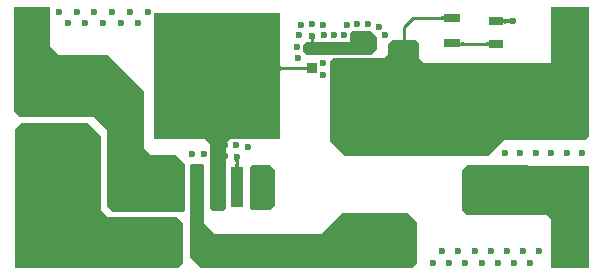
<source format=gtl>
G04*
G04 #@! TF.GenerationSoftware,Altium Limited,Altium Designer,22.3.1 (43)*
G04*
G04 Layer_Physical_Order=1*
G04 Layer_Color=255*
%FSLAX25Y25*%
%MOIN*%
G70*
G04*
G04 #@! TF.SameCoordinates,092B01F2-D36E-4E11-877B-5D38536E2366*
G04*
G04*
G04 #@! TF.FilePolarity,Positive*
G04*
G01*
G75*
%ADD15R,0.21300X0.11400*%
G04:AMPARAMS|DCode=16|XSize=159.06mil|YSize=83.46mil|CornerRadius=16.69mil|HoleSize=0mil|Usage=FLASHONLY|Rotation=90.000|XOffset=0mil|YOffset=0mil|HoleType=Round|Shape=RoundedRectangle|*
%AMROUNDEDRECTD16*
21,1,0.15906,0.05008,0,0,90.0*
21,1,0.12567,0.08346,0,0,90.0*
1,1,0.03339,0.02504,0.06284*
1,1,0.03339,0.02504,-0.06284*
1,1,0.03339,-0.02504,-0.06284*
1,1,0.03339,-0.02504,0.06284*
%
%ADD16ROUNDEDRECTD16*%
%ADD17R,0.03937X0.13780*%
%ADD18R,0.05700X0.03000*%
%ADD19R,0.05906X0.06299*%
%ADD20R,0.04900X0.04902*%
%ADD21R,0.05118X0.03543*%
%ADD22R,0.05118X0.03150*%
%ADD23R,0.03347X0.03347*%
%ADD24R,0.05512X0.07874*%
%ADD36R,0.42126X0.42126*%
%ADD37C,0.01000*%
%ADD38C,0.02000*%
%ADD39C,0.01300*%
%ADD40R,0.11811X0.11811*%
%ADD41C,0.02362*%
G36*
X147272Y86369D02*
X147262Y86464D01*
X147232Y86549D01*
X147181Y86624D01*
X147110Y86689D01*
X147019Y86744D01*
X146908Y86789D01*
X146776Y86824D01*
X146625Y86849D01*
X146453Y86864D01*
X146260Y86869D01*
Y87869D01*
X146453Y87874D01*
X146625Y87889D01*
X146776Y87914D01*
X146908Y87949D01*
X147019Y87994D01*
X147110Y88049D01*
X147181Y88114D01*
X147232Y88189D01*
X147262Y88274D01*
X147272Y88369D01*
Y86369D01*
D02*
G37*
G36*
X169530Y85295D02*
X169491Y85329D01*
X169441Y85359D01*
X169381Y85385D01*
X169311Y85408D01*
X169231Y85428D01*
X169141Y85444D01*
X168930Y85465D01*
X168810Y85470D01*
X168679Y85472D01*
Y86772D01*
X168810Y86774D01*
X169141Y86800D01*
X169231Y86816D01*
X169311Y86836D01*
X169381Y86859D01*
X169441Y86885D01*
X169491Y86915D01*
X169530Y86949D01*
Y85295D01*
D02*
G37*
G36*
X167312Y87299D02*
X167351Y87188D01*
X167417Y87090D01*
X167509Y87006D01*
X167627Y86935D01*
X167771Y86876D01*
X167942Y86831D01*
X168139Y86798D01*
X168362Y86778D01*
X168611Y86772D01*
Y85472D01*
X168362Y85466D01*
X168139Y85446D01*
X167942Y85413D01*
X167771Y85368D01*
X167627Y85310D01*
X167509Y85238D01*
X167417Y85154D01*
X167351Y85056D01*
X167312Y84946D01*
X167299Y84822D01*
Y87422D01*
X167312Y87299D01*
D02*
G37*
G36*
X125000Y81004D02*
Y76673D01*
X123130Y74803D01*
X101575D01*
X100492Y75886D01*
Y78347D01*
X101378Y79232D01*
X102879D01*
X102900Y79311D01*
X102925Y79462D01*
X102940Y79634D01*
X102940Y79655D01*
X102932Y79755D01*
X102916Y79863D01*
X102893Y79965D01*
X102863Y80062D01*
X102827Y80152D01*
X102785Y80237D01*
X102736Y80316D01*
X102680Y80389D01*
X102618Y80456D01*
X104272D01*
X104210Y80389D01*
X104154Y80316D01*
X104105Y80237D01*
X104062Y80152D01*
X104027Y80062D01*
X103997Y79965D01*
X103974Y79863D01*
X103958Y79755D01*
X103949Y79655D01*
X103950Y79634D01*
X103965Y79462D01*
X103990Y79311D01*
X104011Y79232D01*
X115551D01*
X116043Y79724D01*
Y82284D01*
X116732Y82973D01*
X123031D01*
X125000Y81004D01*
D02*
G37*
G36*
X162217Y77642D02*
X162207Y77737D01*
X162177Y77822D01*
X162127Y77897D01*
X162057Y77962D01*
X161967Y78017D01*
X161857Y78062D01*
X161727Y78097D01*
X161577Y78122D01*
X161407Y78137D01*
X161217Y78142D01*
Y79142D01*
X161407Y79147D01*
X161577Y79162D01*
X161727Y79187D01*
X161857Y79222D01*
X161967Y79267D01*
X162057Y79322D01*
X162127Y79387D01*
X162177Y79462D01*
X162207Y79547D01*
X162217Y79642D01*
Y77642D01*
D02*
G37*
G36*
X152946Y79547D02*
X152976Y79462D01*
X153026Y79387D01*
X153096Y79322D01*
X153186Y79267D01*
X153296Y79222D01*
X153426Y79187D01*
X153576Y79162D01*
X153746Y79147D01*
X153936Y79142D01*
Y78142D01*
X153746Y78137D01*
X153576Y78122D01*
X153426Y78097D01*
X153296Y78062D01*
X153186Y78017D01*
X153096Y77962D01*
X153026Y77897D01*
X152976Y77822D01*
X152946Y77737D01*
X152936Y77642D01*
Y79642D01*
X152946Y79547D01*
D02*
G37*
G36*
X195669Y47638D02*
X194488Y46457D01*
X167323D01*
X162205Y41339D01*
X114075D01*
X109252Y46161D01*
X109252Y72933D01*
X110335Y74016D01*
X127461Y74016D01*
X128642Y75197D01*
X128642Y78213D01*
X130070Y79921D01*
X137800D01*
X138976Y78745D01*
Y73819D01*
X140453Y72342D01*
X182972D01*
Y90945D01*
X195669D01*
Y47638D01*
D02*
G37*
G36*
X101796Y69472D02*
X101786Y69568D01*
X101755Y69652D01*
X101705Y69727D01*
X101634Y69792D01*
X101543Y69848D01*
X101431Y69893D01*
X101300Y69928D01*
X101148Y69952D01*
X100976Y69968D01*
X100784Y69972D01*
Y70973D01*
X100976Y70977D01*
X101148Y70992D01*
X101300Y71017D01*
X101431Y71052D01*
X101543Y71097D01*
X101634Y71153D01*
X101705Y71218D01*
X101755Y71293D01*
X101786Y71377D01*
X101796Y71473D01*
Y69472D01*
D02*
G37*
G36*
X92821Y71377D02*
X92851Y71293D01*
X92901Y71218D01*
X92971Y71153D01*
X93061Y71097D01*
X93171Y71052D01*
X93301Y71017D01*
X93451Y70992D01*
X93621Y70977D01*
X93811Y70973D01*
Y69972D01*
X93621Y69968D01*
X93451Y69952D01*
X93301Y69928D01*
X93171Y69893D01*
X93061Y69848D01*
X92971Y69792D01*
X92901Y69727D01*
X92851Y69652D01*
X92821Y69568D01*
X92811Y69472D01*
Y71473D01*
X92821Y71377D01*
D02*
G37*
G36*
X79111Y40034D02*
X79056Y39961D01*
X79007Y39883D01*
X78964Y39798D01*
X78928Y39707D01*
X78899Y39611D01*
X78876Y39509D01*
X78860Y39400D01*
X78850Y39286D01*
X78847Y39166D01*
X77846D01*
X77843Y39286D01*
X77833Y39400D01*
X77817Y39509D01*
X77794Y39611D01*
X77765Y39707D01*
X77729Y39798D01*
X77686Y39883D01*
X77637Y39961D01*
X77582Y40034D01*
X77520Y40101D01*
X79173D01*
X79111Y40034D01*
D02*
G37*
G36*
X78851Y38493D02*
X78866Y38320D01*
X78891Y38169D01*
X78926Y38037D01*
X78971Y37926D01*
X79027Y37835D01*
X79092Y37764D01*
X79167Y37713D01*
X79251Y37683D01*
X79347Y37673D01*
X77346D01*
X77442Y37683D01*
X77526Y37713D01*
X77601Y37764D01*
X77666Y37835D01*
X77722Y37926D01*
X77767Y38037D01*
X77802Y38169D01*
X77826Y38320D01*
X77842Y38493D01*
X77846Y38685D01*
X78847D01*
X78851Y38493D01*
D02*
G37*
G36*
X90847Y36516D02*
Y24705D01*
X89468Y23327D01*
X83268D01*
X82677Y23917D01*
Y24409D01*
Y37598D01*
X83268Y38189D01*
X89173D01*
X90847Y36516D01*
D02*
G37*
G36*
X76279Y47244D02*
X74606Y45571D01*
Y23819D01*
X73622Y22835D01*
X70374D01*
X69291Y23917D01*
X69291Y45374D01*
X67323Y47343D01*
X76279Y47244D01*
D02*
G37*
G36*
X15945Y77854D02*
X18996Y74803D01*
X35433D01*
X47244Y62992D01*
Y43996D01*
X49606Y41634D01*
X57973D01*
X61024Y38583D01*
X61024Y23228D01*
X60236Y22441D01*
X37008D01*
X35039Y24409D01*
Y50000D01*
X30807Y54232D01*
X6004D01*
X4134Y56102D01*
Y90945D01*
X15945D01*
Y77854D01*
D02*
G37*
G36*
X67323Y38189D02*
Y18898D01*
X70866Y15354D01*
X103937D01*
Y15354D01*
X106398D01*
X113287Y22244D01*
X135236D01*
X138189Y19291D01*
Y5512D01*
X136614Y3937D01*
X104528D01*
Y3937D01*
X66142D01*
X62598Y7480D01*
Y38189D01*
X62992Y38583D01*
X66929D01*
X67323Y38189D01*
D02*
G37*
G36*
X33071Y48031D02*
Y23228D01*
X35433Y20866D01*
X58268D01*
X60236Y18898D01*
Y5512D01*
X58661Y3937D01*
X4232D01*
Y50295D01*
X6299Y52362D01*
X28740D01*
X33071Y48031D01*
D02*
G37*
G36*
X195669Y38045D02*
Y3740D01*
X183071D01*
Y20079D01*
X181496Y21654D01*
X155020D01*
X153445Y23228D01*
X153445Y36417D01*
X155163Y38135D01*
X195669Y38045D01*
D02*
G37*
D15*
X124508Y50000D02*
D03*
Y11024D02*
D03*
D16*
X25591Y66201D02*
D03*
Y33012D02*
D03*
X174409Y63051D02*
D03*
Y29862D02*
D03*
D17*
X65059Y30807D02*
D03*
X71752D02*
D03*
X78445D02*
D03*
X85138D02*
D03*
X58366D02*
D03*
D18*
X150098Y78969D02*
D03*
Y87369D02*
D03*
D19*
X133858Y75197D02*
D03*
D20*
X120965Y71161D02*
D03*
Y79232D02*
D03*
D21*
X112500Y71850D02*
D03*
Y76968D02*
D03*
X40945Y24213D02*
D03*
Y19094D02*
D03*
D22*
X164764Y78642D02*
D03*
Y86122D02*
D03*
D23*
X103445Y70473D02*
D03*
Y77165D02*
D03*
D24*
X55413Y9843D02*
D03*
X72729D02*
D03*
D36*
X71760Y68012D02*
D03*
D37*
X136877Y87369D02*
X150098D01*
X103445Y77165D02*
Y81299D01*
X149803Y87665D02*
X150098Y87369D01*
Y78969D02*
X150426Y78642D01*
X120669Y79528D02*
X120965Y79232D01*
X133858Y84350D02*
X136877Y87369D01*
X80420Y70473D02*
X103445D01*
X170374Y86221D02*
X170472D01*
X133858Y75394D02*
Y84350D01*
X150426Y78642D02*
X164764D01*
X78347Y30906D02*
X78445Y30807D01*
X78347Y30906D02*
Y40945D01*
X71752Y30807D02*
X71752Y30807D01*
D38*
X120965Y79232D02*
X121457Y79724D01*
X131020Y77346D02*
X131905D01*
X133858Y75197D02*
Y75394D01*
X131905Y77346D02*
X133858Y75394D01*
D39*
X164764Y86122D02*
X170276D01*
X170374Y86221D01*
D40*
X10138Y9843D02*
D03*
X10039Y85039D02*
D03*
X189764Y9843D02*
D03*
X188976Y85039D02*
D03*
D41*
X152139Y9457D02*
D03*
X149088Y5717D02*
D03*
X143707D02*
D03*
X146758Y9457D02*
D03*
X154468Y5717D02*
D03*
X157519Y9457D02*
D03*
X74311Y41339D02*
D03*
X74311Y44783D02*
D03*
X8661Y17028D02*
D03*
X14665D02*
D03*
X20472Y9843D02*
D03*
Y15748D02*
D03*
Y21654D02*
D03*
X14567D02*
D03*
X8661D02*
D03*
X175990Y5717D02*
D03*
X179042Y9457D02*
D03*
X190945Y21654D02*
D03*
X185039D02*
D03*
X19002Y89182D02*
D03*
X21857Y85441D02*
D03*
X24908Y89182D02*
D03*
X107087Y84842D02*
D03*
X188249Y42233D02*
D03*
X167323Y33465D02*
D03*
X113878Y81496D02*
D03*
X159849Y5717D02*
D03*
X193405Y42224D02*
D03*
X190945Y27559D02*
D03*
X122047Y85236D02*
D03*
X165229Y5717D02*
D03*
X125591Y84252D02*
D03*
X107087Y68110D02*
D03*
X107283Y81496D02*
D03*
X167323Y27559D02*
D03*
X177937Y42233D02*
D03*
X103347Y85236D02*
D03*
X168280Y9457D02*
D03*
X185039Y33465D02*
D03*
X99705Y84744D02*
D03*
X118405Y85335D02*
D03*
X127657Y81398D02*
D03*
X98327Y77658D02*
D03*
X161417Y27559D02*
D03*
X173661Y9457D02*
D03*
X170610Y5717D02*
D03*
X155512Y27559D02*
D03*
X110630Y81496D02*
D03*
X155512Y33465D02*
D03*
X185039Y27559D02*
D03*
X190945Y33465D02*
D03*
X172781Y42233D02*
D03*
X167624D02*
D03*
X162900Y9457D02*
D03*
X98622Y73819D02*
D03*
X170374Y86122D02*
D03*
X161417Y33465D02*
D03*
X99016Y81496D02*
D03*
X183093Y42233D02*
D03*
X103445Y81299D02*
D03*
X107087Y72244D02*
D03*
X114961Y84842D02*
D03*
X89075Y67864D02*
D03*
Y61614D02*
D03*
X81791Y86614D02*
D03*
Y80364D02*
D03*
Y74114D02*
D03*
Y67864D02*
D03*
Y61614D02*
D03*
X74409Y74114D02*
D03*
Y86614D02*
D03*
Y80364D02*
D03*
Y67864D02*
D03*
Y61614D02*
D03*
X89075Y55364D02*
D03*
Y80364D02*
D03*
Y86614D02*
D03*
Y74114D02*
D03*
X89173Y34055D02*
D03*
X89272Y25984D02*
D03*
X67421Y67864D02*
D03*
Y80364D02*
D03*
Y86614D02*
D03*
Y74114D02*
D03*
Y61614D02*
D03*
Y55364D02*
D03*
X60335Y74114D02*
D03*
Y67864D02*
D03*
Y80364D02*
D03*
Y86614D02*
D03*
Y61614D02*
D03*
Y55364D02*
D03*
X53150Y74114D02*
D03*
Y80364D02*
D03*
Y86614D02*
D03*
Y55364D02*
D03*
X81791Y55364D02*
D03*
X74409D02*
D03*
X67421Y49114D02*
D03*
X60335D02*
D03*
X89075D02*
D03*
X81791D02*
D03*
X74409D02*
D03*
X78051Y44783D02*
D03*
X81890Y44094D02*
D03*
X63490Y41938D02*
D03*
X67427D02*
D03*
X78347Y40945D02*
D03*
X53150Y61614D02*
D03*
Y67864D02*
D03*
Y49114D02*
D03*
X27762Y85441D02*
D03*
X33668D02*
D03*
X39573D02*
D03*
X45479D02*
D03*
X48530Y89182D02*
D03*
X42624D02*
D03*
X36719D02*
D03*
X30813D02*
D03*
X26378Y21654D02*
D03*
Y45276D02*
D03*
X20472D02*
D03*
Y39370D02*
D03*
Y33465D02*
D03*
Y27559D02*
D03*
X14567D02*
D03*
Y33465D02*
D03*
Y39370D02*
D03*
Y45276D02*
D03*
X8661D02*
D03*
Y39370D02*
D03*
Y33465D02*
D03*
Y27559D02*
D03*
X55905Y15748D02*
D03*
X50000Y9843D02*
D03*
Y15748D02*
D03*
X44094D02*
D03*
Y9843D02*
D03*
X38189D02*
D03*
Y15748D02*
D03*
X32283D02*
D03*
Y9843D02*
D03*
X26378D02*
D03*
Y15748D02*
D03*
M02*

</source>
